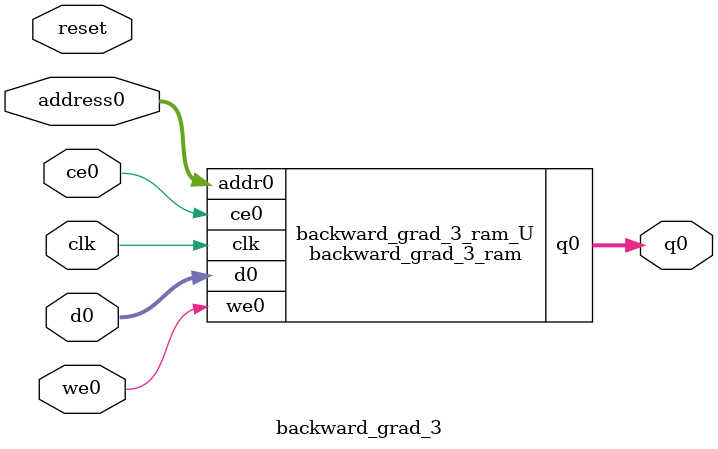
<source format=v>
`timescale 1 ns / 1 ps
module backward_grad_3_ram (addr0, ce0, d0, we0, q0,  clk);

parameter DWIDTH = 32;
parameter AWIDTH = 4;
parameter MEM_SIZE = 10;

input[AWIDTH-1:0] addr0;
input ce0;
input[DWIDTH-1:0] d0;
input we0;
output reg[DWIDTH-1:0] q0;
input clk;

(* ram_style = "distributed" *)reg [DWIDTH-1:0] ram[0:MEM_SIZE-1];




always @(posedge clk)  
begin 
    if (ce0) 
    begin
        if (we0) 
        begin 
            ram[addr0] <= d0; 
        end 
        q0 <= ram[addr0];
    end
end


endmodule

`timescale 1 ns / 1 ps
module backward_grad_3(
    reset,
    clk,
    address0,
    ce0,
    we0,
    d0,
    q0);

parameter DataWidth = 32'd32;
parameter AddressRange = 32'd10;
parameter AddressWidth = 32'd4;
input reset;
input clk;
input[AddressWidth - 1:0] address0;
input ce0;
input we0;
input[DataWidth - 1:0] d0;
output[DataWidth - 1:0] q0;



backward_grad_3_ram backward_grad_3_ram_U(
    .clk( clk ),
    .addr0( address0 ),
    .ce0( ce0 ),
    .we0( we0 ),
    .d0( d0 ),
    .q0( q0 ));

endmodule


</source>
